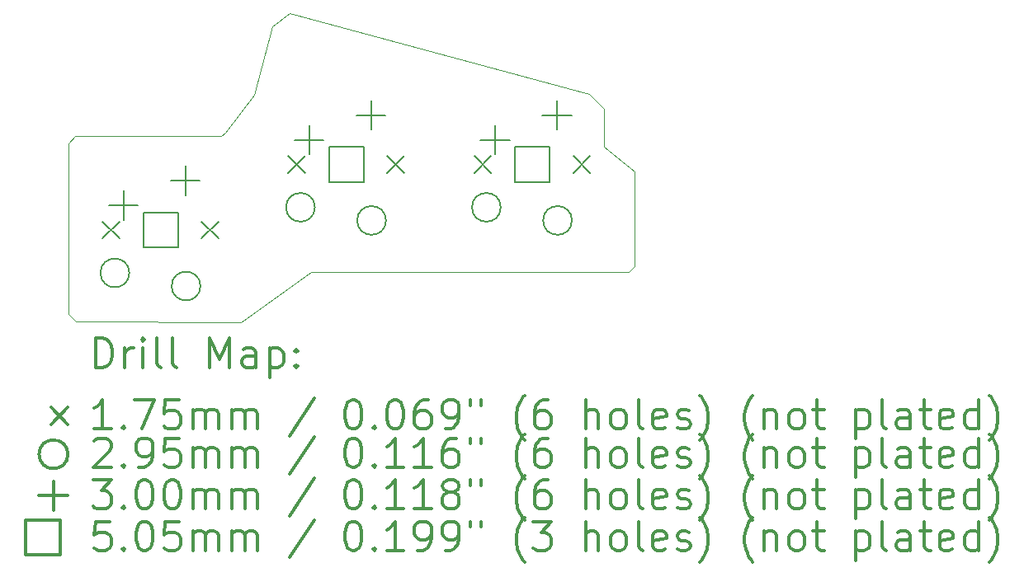
<source format=gbr>
%FSLAX45Y45*%
G04 Gerber Fmt 4.5, Leading zero omitted, Abs format (unit mm)*
G04 Created by KiCad (PCBNEW (5.1.4)-1) date 2023-09-09 05:29:43*
%MOMM*%
%LPD*%
G04 APERTURE LIST*
%ADD10C,0.050000*%
%ADD11C,0.200000*%
%ADD12C,0.300000*%
G04 APERTURE END LIST*
D10*
X-8605980Y-47253810D02*
X-6908980Y-47254810D01*
X-6193980Y-46738810D02*
X-2930835Y-46739340D01*
X-8684980Y-47174810D02*
X-8605980Y-47253810D01*
X-6908980Y-47254810D02*
X-6193980Y-46738810D01*
X-8684980Y-45418810D02*
X-8684980Y-47174810D01*
X-7114980Y-45347810D02*
X-8612980Y-45346810D01*
X-8612980Y-45346810D02*
X-8684980Y-45418810D01*
X-3339125Y-44912148D02*
X-3183300Y-45062247D01*
X-6779724Y-44924596D02*
X-6589120Y-44218027D01*
X-7068596Y-45307941D02*
X-7114980Y-45347810D01*
X-2876899Y-45710660D02*
X-3182118Y-45454366D01*
X-6589120Y-44218027D02*
X-6411822Y-44087429D01*
X-3182118Y-45454366D02*
X-3183300Y-45062247D01*
X-6779724Y-44924596D02*
X-7068596Y-45307941D01*
X-6411822Y-44087429D02*
X-3339125Y-44912148D01*
X-2876509Y-46683864D02*
X-2876899Y-45710660D01*
X-2876509Y-46683864D02*
X-2930835Y-46739340D01*
D11*
X-8330500Y-46223500D02*
X-8155500Y-46398500D01*
X-8155500Y-46223500D02*
X-8330500Y-46398500D01*
X-6426500Y-45549692D02*
X-6251500Y-45724692D01*
X-6251500Y-45549692D02*
X-6426500Y-45724692D01*
X-5410500Y-45549692D02*
X-5235500Y-45724692D01*
X-5235500Y-45549692D02*
X-5410500Y-45724692D01*
X-4518546Y-45549692D02*
X-4343546Y-45724692D01*
X-4343546Y-45549692D02*
X-4518546Y-45724692D01*
X-3502545Y-45549692D02*
X-3327545Y-45724692D01*
X-3327545Y-45549692D02*
X-3502545Y-45724692D01*
X-7314500Y-46223500D02*
X-7139500Y-46398500D01*
X-7139500Y-46223500D02*
X-7314500Y-46398500D01*
X-6153500Y-46077192D02*
G75*
G03X-6153500Y-46077192I-147500J0D01*
G01*
X-5423500Y-46212192D02*
G75*
G03X-5423500Y-46212192I-147500J0D01*
G01*
X-4245546Y-46077192D02*
G75*
G03X-4245546Y-46077192I-147500J0D01*
G01*
X-3515545Y-46212192D02*
G75*
G03X-3515545Y-46212192I-147500J0D01*
G01*
X-8057500Y-46751000D02*
G75*
G03X-8057500Y-46751000I-147500J0D01*
G01*
X-7327500Y-46886000D02*
G75*
G03X-7327500Y-46886000I-147500J0D01*
G01*
X-4304046Y-45233192D02*
X-4304046Y-45533192D01*
X-4454046Y-45383192D02*
X-4154045Y-45383192D01*
X-3669045Y-44979192D02*
X-3669045Y-45279192D01*
X-3819045Y-45129192D02*
X-3519045Y-45129192D01*
X-8116000Y-45907000D02*
X-8116000Y-46207000D01*
X-8266000Y-46057000D02*
X-7966000Y-46057000D01*
X-7481000Y-45653000D02*
X-7481000Y-45953000D01*
X-7631000Y-45803000D02*
X-7331000Y-45803000D01*
X-6212000Y-45233192D02*
X-6212000Y-45533192D01*
X-6362000Y-45383192D02*
X-6062000Y-45383192D01*
X-5577000Y-44979192D02*
X-5577000Y-45279192D01*
X-5727000Y-45129192D02*
X-5427000Y-45129192D01*
X-7556454Y-46489546D02*
X-7556454Y-46132454D01*
X-7913546Y-46132454D01*
X-7913546Y-46489546D01*
X-7556454Y-46489546D01*
X-5652454Y-45815738D02*
X-5652454Y-45458646D01*
X-6009546Y-45458646D01*
X-6009546Y-45815738D01*
X-5652454Y-45815738D01*
X-3744499Y-45815738D02*
X-3744499Y-45458646D01*
X-4101592Y-45458646D01*
X-4101592Y-45815738D01*
X-3744499Y-45815738D01*
D12*
X-8401052Y-47723025D02*
X-8401052Y-47423025D01*
X-8329623Y-47423025D01*
X-8286766Y-47437310D01*
X-8258195Y-47465882D01*
X-8243909Y-47494453D01*
X-8229623Y-47551596D01*
X-8229623Y-47594453D01*
X-8243909Y-47651596D01*
X-8258195Y-47680167D01*
X-8286766Y-47708739D01*
X-8329623Y-47723025D01*
X-8401052Y-47723025D01*
X-8101052Y-47723025D02*
X-8101052Y-47523025D01*
X-8101052Y-47580167D02*
X-8086766Y-47551596D01*
X-8072480Y-47537310D01*
X-8043909Y-47523025D01*
X-8015338Y-47523025D01*
X-7915338Y-47723025D02*
X-7915338Y-47523025D01*
X-7915338Y-47423025D02*
X-7929623Y-47437310D01*
X-7915338Y-47451596D01*
X-7901052Y-47437310D01*
X-7915338Y-47423025D01*
X-7915338Y-47451596D01*
X-7729623Y-47723025D02*
X-7758195Y-47708739D01*
X-7772480Y-47680167D01*
X-7772480Y-47423025D01*
X-7572480Y-47723025D02*
X-7601052Y-47708739D01*
X-7615338Y-47680167D01*
X-7615338Y-47423025D01*
X-7229623Y-47723025D02*
X-7229623Y-47423025D01*
X-7129623Y-47637310D01*
X-7029623Y-47423025D01*
X-7029623Y-47723025D01*
X-6758195Y-47723025D02*
X-6758195Y-47565882D01*
X-6772480Y-47537310D01*
X-6801052Y-47523025D01*
X-6858195Y-47523025D01*
X-6886766Y-47537310D01*
X-6758195Y-47708739D02*
X-6786766Y-47723025D01*
X-6858195Y-47723025D01*
X-6886766Y-47708739D01*
X-6901052Y-47680167D01*
X-6901052Y-47651596D01*
X-6886766Y-47623025D01*
X-6858195Y-47608739D01*
X-6786766Y-47608739D01*
X-6758195Y-47594453D01*
X-6615338Y-47523025D02*
X-6615338Y-47823025D01*
X-6615338Y-47537310D02*
X-6586766Y-47523025D01*
X-6529623Y-47523025D01*
X-6501052Y-47537310D01*
X-6486766Y-47551596D01*
X-6472480Y-47580167D01*
X-6472480Y-47665882D01*
X-6486766Y-47694453D01*
X-6501052Y-47708739D01*
X-6529623Y-47723025D01*
X-6586766Y-47723025D01*
X-6615338Y-47708739D01*
X-6343909Y-47694453D02*
X-6329623Y-47708739D01*
X-6343909Y-47723025D01*
X-6358195Y-47708739D01*
X-6343909Y-47694453D01*
X-6343909Y-47723025D01*
X-6343909Y-47537310D02*
X-6329623Y-47551596D01*
X-6343909Y-47565882D01*
X-6358195Y-47551596D01*
X-6343909Y-47537310D01*
X-6343909Y-47565882D01*
X-8862481Y-48129810D02*
X-8687481Y-48304810D01*
X-8687481Y-48129810D02*
X-8862481Y-48304810D01*
X-8243909Y-48353025D02*
X-8415338Y-48353025D01*
X-8329623Y-48353025D02*
X-8329623Y-48053025D01*
X-8358195Y-48095882D01*
X-8386766Y-48124453D01*
X-8415338Y-48138739D01*
X-8115338Y-48324453D02*
X-8101052Y-48338739D01*
X-8115338Y-48353025D01*
X-8129623Y-48338739D01*
X-8115338Y-48324453D01*
X-8115338Y-48353025D01*
X-8001052Y-48053025D02*
X-7801052Y-48053025D01*
X-7929623Y-48353025D01*
X-7543909Y-48053025D02*
X-7686766Y-48053025D01*
X-7701052Y-48195882D01*
X-7686766Y-48181596D01*
X-7658195Y-48167310D01*
X-7586766Y-48167310D01*
X-7558195Y-48181596D01*
X-7543909Y-48195882D01*
X-7529623Y-48224453D01*
X-7529623Y-48295882D01*
X-7543909Y-48324453D01*
X-7558195Y-48338739D01*
X-7586766Y-48353025D01*
X-7658195Y-48353025D01*
X-7686766Y-48338739D01*
X-7701052Y-48324453D01*
X-7401052Y-48353025D02*
X-7401052Y-48153025D01*
X-7401052Y-48181596D02*
X-7386766Y-48167310D01*
X-7358195Y-48153025D01*
X-7315338Y-48153025D01*
X-7286766Y-48167310D01*
X-7272480Y-48195882D01*
X-7272480Y-48353025D01*
X-7272480Y-48195882D02*
X-7258195Y-48167310D01*
X-7229623Y-48153025D01*
X-7186766Y-48153025D01*
X-7158195Y-48167310D01*
X-7143909Y-48195882D01*
X-7143909Y-48353025D01*
X-7001052Y-48353025D02*
X-7001052Y-48153025D01*
X-7001052Y-48181596D02*
X-6986766Y-48167310D01*
X-6958195Y-48153025D01*
X-6915338Y-48153025D01*
X-6886766Y-48167310D01*
X-6872480Y-48195882D01*
X-6872480Y-48353025D01*
X-6872480Y-48195882D02*
X-6858195Y-48167310D01*
X-6829623Y-48153025D01*
X-6786766Y-48153025D01*
X-6758195Y-48167310D01*
X-6743909Y-48195882D01*
X-6743909Y-48353025D01*
X-6158195Y-48038739D02*
X-6415338Y-48424453D01*
X-5772480Y-48053025D02*
X-5743909Y-48053025D01*
X-5715338Y-48067310D01*
X-5701052Y-48081596D01*
X-5686766Y-48110167D01*
X-5672480Y-48167310D01*
X-5672480Y-48238739D01*
X-5686766Y-48295882D01*
X-5701052Y-48324453D01*
X-5715338Y-48338739D01*
X-5743909Y-48353025D01*
X-5772480Y-48353025D01*
X-5801052Y-48338739D01*
X-5815338Y-48324453D01*
X-5829623Y-48295882D01*
X-5843909Y-48238739D01*
X-5843909Y-48167310D01*
X-5829623Y-48110167D01*
X-5815338Y-48081596D01*
X-5801052Y-48067310D01*
X-5772480Y-48053025D01*
X-5543909Y-48324453D02*
X-5529623Y-48338739D01*
X-5543909Y-48353025D01*
X-5558195Y-48338739D01*
X-5543909Y-48324453D01*
X-5543909Y-48353025D01*
X-5343909Y-48053025D02*
X-5315338Y-48053025D01*
X-5286766Y-48067310D01*
X-5272481Y-48081596D01*
X-5258195Y-48110167D01*
X-5243909Y-48167310D01*
X-5243909Y-48238739D01*
X-5258195Y-48295882D01*
X-5272481Y-48324453D01*
X-5286766Y-48338739D01*
X-5315338Y-48353025D01*
X-5343909Y-48353025D01*
X-5372481Y-48338739D01*
X-5386766Y-48324453D01*
X-5401052Y-48295882D01*
X-5415338Y-48238739D01*
X-5415338Y-48167310D01*
X-5401052Y-48110167D01*
X-5386766Y-48081596D01*
X-5372481Y-48067310D01*
X-5343909Y-48053025D01*
X-4986766Y-48053025D02*
X-5043909Y-48053025D01*
X-5072481Y-48067310D01*
X-5086766Y-48081596D01*
X-5115338Y-48124453D01*
X-5129623Y-48181596D01*
X-5129623Y-48295882D01*
X-5115338Y-48324453D01*
X-5101052Y-48338739D01*
X-5072481Y-48353025D01*
X-5015338Y-48353025D01*
X-4986766Y-48338739D01*
X-4972481Y-48324453D01*
X-4958195Y-48295882D01*
X-4958195Y-48224453D01*
X-4972481Y-48195882D01*
X-4986766Y-48181596D01*
X-5015338Y-48167310D01*
X-5072481Y-48167310D01*
X-5101052Y-48181596D01*
X-5115338Y-48195882D01*
X-5129623Y-48224453D01*
X-4815338Y-48353025D02*
X-4758195Y-48353025D01*
X-4729623Y-48338739D01*
X-4715338Y-48324453D01*
X-4686766Y-48281596D01*
X-4672481Y-48224453D01*
X-4672481Y-48110167D01*
X-4686766Y-48081596D01*
X-4701052Y-48067310D01*
X-4729623Y-48053025D01*
X-4786766Y-48053025D01*
X-4815338Y-48067310D01*
X-4829623Y-48081596D01*
X-4843909Y-48110167D01*
X-4843909Y-48181596D01*
X-4829623Y-48210167D01*
X-4815338Y-48224453D01*
X-4786766Y-48238739D01*
X-4729623Y-48238739D01*
X-4701052Y-48224453D01*
X-4686766Y-48210167D01*
X-4672481Y-48181596D01*
X-4558195Y-48053025D02*
X-4558195Y-48110167D01*
X-4443909Y-48053025D02*
X-4443909Y-48110167D01*
X-4001052Y-48467310D02*
X-4015338Y-48453025D01*
X-4043909Y-48410167D01*
X-4058195Y-48381596D01*
X-4072480Y-48338739D01*
X-4086766Y-48267310D01*
X-4086766Y-48210167D01*
X-4072480Y-48138739D01*
X-4058195Y-48095882D01*
X-4043909Y-48067310D01*
X-4015338Y-48024453D01*
X-4001052Y-48010167D01*
X-3758195Y-48053025D02*
X-3815338Y-48053025D01*
X-3843909Y-48067310D01*
X-3858195Y-48081596D01*
X-3886766Y-48124453D01*
X-3901052Y-48181596D01*
X-3901052Y-48295882D01*
X-3886766Y-48324453D01*
X-3872480Y-48338739D01*
X-3843909Y-48353025D01*
X-3786766Y-48353025D01*
X-3758195Y-48338739D01*
X-3743909Y-48324453D01*
X-3729623Y-48295882D01*
X-3729623Y-48224453D01*
X-3743909Y-48195882D01*
X-3758195Y-48181596D01*
X-3786766Y-48167310D01*
X-3843909Y-48167310D01*
X-3872480Y-48181596D01*
X-3886766Y-48195882D01*
X-3901052Y-48224453D01*
X-3372480Y-48353025D02*
X-3372480Y-48053025D01*
X-3243909Y-48353025D02*
X-3243909Y-48195882D01*
X-3258195Y-48167310D01*
X-3286766Y-48153025D01*
X-3329623Y-48153025D01*
X-3358195Y-48167310D01*
X-3372480Y-48181596D01*
X-3058195Y-48353025D02*
X-3086766Y-48338739D01*
X-3101052Y-48324453D01*
X-3115338Y-48295882D01*
X-3115338Y-48210167D01*
X-3101052Y-48181596D01*
X-3086766Y-48167310D01*
X-3058195Y-48153025D01*
X-3015338Y-48153025D01*
X-2986766Y-48167310D01*
X-2972480Y-48181596D01*
X-2958195Y-48210167D01*
X-2958195Y-48295882D01*
X-2972480Y-48324453D01*
X-2986766Y-48338739D01*
X-3015338Y-48353025D01*
X-3058195Y-48353025D01*
X-2786766Y-48353025D02*
X-2815338Y-48338739D01*
X-2829623Y-48310167D01*
X-2829623Y-48053025D01*
X-2558195Y-48338739D02*
X-2586766Y-48353025D01*
X-2643909Y-48353025D01*
X-2672481Y-48338739D01*
X-2686766Y-48310167D01*
X-2686766Y-48195882D01*
X-2672481Y-48167310D01*
X-2643909Y-48153025D01*
X-2586766Y-48153025D01*
X-2558195Y-48167310D01*
X-2543909Y-48195882D01*
X-2543909Y-48224453D01*
X-2686766Y-48253025D01*
X-2429623Y-48338739D02*
X-2401052Y-48353025D01*
X-2343909Y-48353025D01*
X-2315338Y-48338739D01*
X-2301052Y-48310167D01*
X-2301052Y-48295882D01*
X-2315338Y-48267310D01*
X-2343909Y-48253025D01*
X-2386766Y-48253025D01*
X-2415338Y-48238739D01*
X-2429623Y-48210167D01*
X-2429623Y-48195882D01*
X-2415338Y-48167310D01*
X-2386766Y-48153025D01*
X-2343909Y-48153025D01*
X-2315338Y-48167310D01*
X-2201052Y-48467310D02*
X-2186766Y-48453025D01*
X-2158195Y-48410167D01*
X-2143909Y-48381596D01*
X-2129623Y-48338739D01*
X-2115338Y-48267310D01*
X-2115338Y-48210167D01*
X-2129623Y-48138739D01*
X-2143909Y-48095882D01*
X-2158195Y-48067310D01*
X-2186766Y-48024453D01*
X-2201052Y-48010167D01*
X-1658195Y-48467310D02*
X-1672480Y-48453025D01*
X-1701052Y-48410167D01*
X-1715338Y-48381596D01*
X-1729623Y-48338739D01*
X-1743909Y-48267310D01*
X-1743909Y-48210167D01*
X-1729623Y-48138739D01*
X-1715338Y-48095882D01*
X-1701052Y-48067310D01*
X-1672480Y-48024453D01*
X-1658195Y-48010167D01*
X-1543909Y-48153025D02*
X-1543909Y-48353025D01*
X-1543909Y-48181596D02*
X-1529623Y-48167310D01*
X-1501052Y-48153025D01*
X-1458195Y-48153025D01*
X-1429623Y-48167310D01*
X-1415338Y-48195882D01*
X-1415338Y-48353025D01*
X-1229623Y-48353025D02*
X-1258195Y-48338739D01*
X-1272481Y-48324453D01*
X-1286766Y-48295882D01*
X-1286766Y-48210167D01*
X-1272481Y-48181596D01*
X-1258195Y-48167310D01*
X-1229623Y-48153025D01*
X-1186766Y-48153025D01*
X-1158195Y-48167310D01*
X-1143909Y-48181596D01*
X-1129623Y-48210167D01*
X-1129623Y-48295882D01*
X-1143909Y-48324453D01*
X-1158195Y-48338739D01*
X-1186766Y-48353025D01*
X-1229623Y-48353025D01*
X-1043909Y-48153025D02*
X-929623Y-48153025D01*
X-1001052Y-48053025D02*
X-1001052Y-48310167D01*
X-986766Y-48338739D01*
X-958195Y-48353025D01*
X-929623Y-48353025D01*
X-601052Y-48153025D02*
X-601052Y-48453025D01*
X-601052Y-48167310D02*
X-572481Y-48153025D01*
X-515338Y-48153025D01*
X-486766Y-48167310D01*
X-472480Y-48181596D01*
X-458195Y-48210167D01*
X-458195Y-48295882D01*
X-472480Y-48324453D01*
X-486766Y-48338739D01*
X-515338Y-48353025D01*
X-572481Y-48353025D01*
X-601052Y-48338739D01*
X-286766Y-48353025D02*
X-315338Y-48338739D01*
X-329623Y-48310167D01*
X-329623Y-48053025D01*
X-43909Y-48353025D02*
X-43909Y-48195882D01*
X-58195Y-48167310D01*
X-86766Y-48153025D01*
X-143909Y-48153025D01*
X-172481Y-48167310D01*
X-43909Y-48338739D02*
X-72481Y-48353025D01*
X-143909Y-48353025D01*
X-172481Y-48338739D01*
X-186766Y-48310167D01*
X-186766Y-48281596D01*
X-172481Y-48253025D01*
X-143909Y-48238739D01*
X-72481Y-48238739D01*
X-43909Y-48224453D01*
X56091Y-48153025D02*
X170377Y-48153025D01*
X98948Y-48053025D02*
X98948Y-48310167D01*
X113234Y-48338739D01*
X141805Y-48353025D01*
X170377Y-48353025D01*
X384662Y-48338739D02*
X356091Y-48353025D01*
X298948Y-48353025D01*
X270377Y-48338739D01*
X256091Y-48310167D01*
X256091Y-48195882D01*
X270377Y-48167310D01*
X298948Y-48153025D01*
X356091Y-48153025D01*
X384662Y-48167310D01*
X398948Y-48195882D01*
X398948Y-48224453D01*
X256091Y-48253025D01*
X656091Y-48353025D02*
X656091Y-48053025D01*
X656091Y-48338739D02*
X627520Y-48353025D01*
X570377Y-48353025D01*
X541805Y-48338739D01*
X527520Y-48324453D01*
X513234Y-48295882D01*
X513234Y-48210167D01*
X527520Y-48181596D01*
X541805Y-48167310D01*
X570377Y-48153025D01*
X627520Y-48153025D01*
X656091Y-48167310D01*
X770377Y-48467310D02*
X784662Y-48453025D01*
X813234Y-48410167D01*
X827519Y-48381596D01*
X841805Y-48338739D01*
X856091Y-48267310D01*
X856091Y-48210167D01*
X841805Y-48138739D01*
X827519Y-48095882D01*
X813234Y-48067310D01*
X784662Y-48024453D01*
X770377Y-48010167D01*
X-8687481Y-48613310D02*
G75*
G03X-8687481Y-48613310I-147500J0D01*
G01*
X-8415338Y-48477596D02*
X-8401052Y-48463310D01*
X-8372480Y-48449025D01*
X-8301052Y-48449025D01*
X-8272480Y-48463310D01*
X-8258195Y-48477596D01*
X-8243909Y-48506167D01*
X-8243909Y-48534739D01*
X-8258195Y-48577596D01*
X-8429623Y-48749025D01*
X-8243909Y-48749025D01*
X-8115338Y-48720453D02*
X-8101052Y-48734739D01*
X-8115338Y-48749025D01*
X-8129623Y-48734739D01*
X-8115338Y-48720453D01*
X-8115338Y-48749025D01*
X-7958195Y-48749025D02*
X-7901052Y-48749025D01*
X-7872480Y-48734739D01*
X-7858195Y-48720453D01*
X-7829623Y-48677596D01*
X-7815338Y-48620453D01*
X-7815338Y-48506167D01*
X-7829623Y-48477596D01*
X-7843909Y-48463310D01*
X-7872480Y-48449025D01*
X-7929623Y-48449025D01*
X-7958195Y-48463310D01*
X-7972480Y-48477596D01*
X-7986766Y-48506167D01*
X-7986766Y-48577596D01*
X-7972480Y-48606167D01*
X-7958195Y-48620453D01*
X-7929623Y-48634739D01*
X-7872480Y-48634739D01*
X-7843909Y-48620453D01*
X-7829623Y-48606167D01*
X-7815338Y-48577596D01*
X-7543909Y-48449025D02*
X-7686766Y-48449025D01*
X-7701052Y-48591882D01*
X-7686766Y-48577596D01*
X-7658195Y-48563310D01*
X-7586766Y-48563310D01*
X-7558195Y-48577596D01*
X-7543909Y-48591882D01*
X-7529623Y-48620453D01*
X-7529623Y-48691882D01*
X-7543909Y-48720453D01*
X-7558195Y-48734739D01*
X-7586766Y-48749025D01*
X-7658195Y-48749025D01*
X-7686766Y-48734739D01*
X-7701052Y-48720453D01*
X-7401052Y-48749025D02*
X-7401052Y-48549025D01*
X-7401052Y-48577596D02*
X-7386766Y-48563310D01*
X-7358195Y-48549025D01*
X-7315338Y-48549025D01*
X-7286766Y-48563310D01*
X-7272480Y-48591882D01*
X-7272480Y-48749025D01*
X-7272480Y-48591882D02*
X-7258195Y-48563310D01*
X-7229623Y-48549025D01*
X-7186766Y-48549025D01*
X-7158195Y-48563310D01*
X-7143909Y-48591882D01*
X-7143909Y-48749025D01*
X-7001052Y-48749025D02*
X-7001052Y-48549025D01*
X-7001052Y-48577596D02*
X-6986766Y-48563310D01*
X-6958195Y-48549025D01*
X-6915338Y-48549025D01*
X-6886766Y-48563310D01*
X-6872480Y-48591882D01*
X-6872480Y-48749025D01*
X-6872480Y-48591882D02*
X-6858195Y-48563310D01*
X-6829623Y-48549025D01*
X-6786766Y-48549025D01*
X-6758195Y-48563310D01*
X-6743909Y-48591882D01*
X-6743909Y-48749025D01*
X-6158195Y-48434739D02*
X-6415338Y-48820453D01*
X-5772480Y-48449025D02*
X-5743909Y-48449025D01*
X-5715338Y-48463310D01*
X-5701052Y-48477596D01*
X-5686766Y-48506167D01*
X-5672480Y-48563310D01*
X-5672480Y-48634739D01*
X-5686766Y-48691882D01*
X-5701052Y-48720453D01*
X-5715338Y-48734739D01*
X-5743909Y-48749025D01*
X-5772480Y-48749025D01*
X-5801052Y-48734739D01*
X-5815338Y-48720453D01*
X-5829623Y-48691882D01*
X-5843909Y-48634739D01*
X-5843909Y-48563310D01*
X-5829623Y-48506167D01*
X-5815338Y-48477596D01*
X-5801052Y-48463310D01*
X-5772480Y-48449025D01*
X-5543909Y-48720453D02*
X-5529623Y-48734739D01*
X-5543909Y-48749025D01*
X-5558195Y-48734739D01*
X-5543909Y-48720453D01*
X-5543909Y-48749025D01*
X-5243909Y-48749025D02*
X-5415338Y-48749025D01*
X-5329623Y-48749025D02*
X-5329623Y-48449025D01*
X-5358195Y-48491882D01*
X-5386766Y-48520453D01*
X-5415338Y-48534739D01*
X-4958195Y-48749025D02*
X-5129623Y-48749025D01*
X-5043909Y-48749025D02*
X-5043909Y-48449025D01*
X-5072481Y-48491882D01*
X-5101052Y-48520453D01*
X-5129623Y-48534739D01*
X-4701052Y-48449025D02*
X-4758195Y-48449025D01*
X-4786766Y-48463310D01*
X-4801052Y-48477596D01*
X-4829623Y-48520453D01*
X-4843909Y-48577596D01*
X-4843909Y-48691882D01*
X-4829623Y-48720453D01*
X-4815338Y-48734739D01*
X-4786766Y-48749025D01*
X-4729623Y-48749025D01*
X-4701052Y-48734739D01*
X-4686766Y-48720453D01*
X-4672481Y-48691882D01*
X-4672481Y-48620453D01*
X-4686766Y-48591882D01*
X-4701052Y-48577596D01*
X-4729623Y-48563310D01*
X-4786766Y-48563310D01*
X-4815338Y-48577596D01*
X-4829623Y-48591882D01*
X-4843909Y-48620453D01*
X-4558195Y-48449025D02*
X-4558195Y-48506167D01*
X-4443909Y-48449025D02*
X-4443909Y-48506167D01*
X-4001052Y-48863310D02*
X-4015338Y-48849025D01*
X-4043909Y-48806167D01*
X-4058195Y-48777596D01*
X-4072480Y-48734739D01*
X-4086766Y-48663310D01*
X-4086766Y-48606167D01*
X-4072480Y-48534739D01*
X-4058195Y-48491882D01*
X-4043909Y-48463310D01*
X-4015338Y-48420453D01*
X-4001052Y-48406167D01*
X-3758195Y-48449025D02*
X-3815338Y-48449025D01*
X-3843909Y-48463310D01*
X-3858195Y-48477596D01*
X-3886766Y-48520453D01*
X-3901052Y-48577596D01*
X-3901052Y-48691882D01*
X-3886766Y-48720453D01*
X-3872480Y-48734739D01*
X-3843909Y-48749025D01*
X-3786766Y-48749025D01*
X-3758195Y-48734739D01*
X-3743909Y-48720453D01*
X-3729623Y-48691882D01*
X-3729623Y-48620453D01*
X-3743909Y-48591882D01*
X-3758195Y-48577596D01*
X-3786766Y-48563310D01*
X-3843909Y-48563310D01*
X-3872480Y-48577596D01*
X-3886766Y-48591882D01*
X-3901052Y-48620453D01*
X-3372480Y-48749025D02*
X-3372480Y-48449025D01*
X-3243909Y-48749025D02*
X-3243909Y-48591882D01*
X-3258195Y-48563310D01*
X-3286766Y-48549025D01*
X-3329623Y-48549025D01*
X-3358195Y-48563310D01*
X-3372480Y-48577596D01*
X-3058195Y-48749025D02*
X-3086766Y-48734739D01*
X-3101052Y-48720453D01*
X-3115338Y-48691882D01*
X-3115338Y-48606167D01*
X-3101052Y-48577596D01*
X-3086766Y-48563310D01*
X-3058195Y-48549025D01*
X-3015338Y-48549025D01*
X-2986766Y-48563310D01*
X-2972480Y-48577596D01*
X-2958195Y-48606167D01*
X-2958195Y-48691882D01*
X-2972480Y-48720453D01*
X-2986766Y-48734739D01*
X-3015338Y-48749025D01*
X-3058195Y-48749025D01*
X-2786766Y-48749025D02*
X-2815338Y-48734739D01*
X-2829623Y-48706167D01*
X-2829623Y-48449025D01*
X-2558195Y-48734739D02*
X-2586766Y-48749025D01*
X-2643909Y-48749025D01*
X-2672481Y-48734739D01*
X-2686766Y-48706167D01*
X-2686766Y-48591882D01*
X-2672481Y-48563310D01*
X-2643909Y-48549025D01*
X-2586766Y-48549025D01*
X-2558195Y-48563310D01*
X-2543909Y-48591882D01*
X-2543909Y-48620453D01*
X-2686766Y-48649025D01*
X-2429623Y-48734739D02*
X-2401052Y-48749025D01*
X-2343909Y-48749025D01*
X-2315338Y-48734739D01*
X-2301052Y-48706167D01*
X-2301052Y-48691882D01*
X-2315338Y-48663310D01*
X-2343909Y-48649025D01*
X-2386766Y-48649025D01*
X-2415338Y-48634739D01*
X-2429623Y-48606167D01*
X-2429623Y-48591882D01*
X-2415338Y-48563310D01*
X-2386766Y-48549025D01*
X-2343909Y-48549025D01*
X-2315338Y-48563310D01*
X-2201052Y-48863310D02*
X-2186766Y-48849025D01*
X-2158195Y-48806167D01*
X-2143909Y-48777596D01*
X-2129623Y-48734739D01*
X-2115338Y-48663310D01*
X-2115338Y-48606167D01*
X-2129623Y-48534739D01*
X-2143909Y-48491882D01*
X-2158195Y-48463310D01*
X-2186766Y-48420453D01*
X-2201052Y-48406167D01*
X-1658195Y-48863310D02*
X-1672480Y-48849025D01*
X-1701052Y-48806167D01*
X-1715338Y-48777596D01*
X-1729623Y-48734739D01*
X-1743909Y-48663310D01*
X-1743909Y-48606167D01*
X-1729623Y-48534739D01*
X-1715338Y-48491882D01*
X-1701052Y-48463310D01*
X-1672480Y-48420453D01*
X-1658195Y-48406167D01*
X-1543909Y-48549025D02*
X-1543909Y-48749025D01*
X-1543909Y-48577596D02*
X-1529623Y-48563310D01*
X-1501052Y-48549025D01*
X-1458195Y-48549025D01*
X-1429623Y-48563310D01*
X-1415338Y-48591882D01*
X-1415338Y-48749025D01*
X-1229623Y-48749025D02*
X-1258195Y-48734739D01*
X-1272481Y-48720453D01*
X-1286766Y-48691882D01*
X-1286766Y-48606167D01*
X-1272481Y-48577596D01*
X-1258195Y-48563310D01*
X-1229623Y-48549025D01*
X-1186766Y-48549025D01*
X-1158195Y-48563310D01*
X-1143909Y-48577596D01*
X-1129623Y-48606167D01*
X-1129623Y-48691882D01*
X-1143909Y-48720453D01*
X-1158195Y-48734739D01*
X-1186766Y-48749025D01*
X-1229623Y-48749025D01*
X-1043909Y-48549025D02*
X-929623Y-48549025D01*
X-1001052Y-48449025D02*
X-1001052Y-48706167D01*
X-986766Y-48734739D01*
X-958195Y-48749025D01*
X-929623Y-48749025D01*
X-601052Y-48549025D02*
X-601052Y-48849025D01*
X-601052Y-48563310D02*
X-572481Y-48549025D01*
X-515338Y-48549025D01*
X-486766Y-48563310D01*
X-472480Y-48577596D01*
X-458195Y-48606167D01*
X-458195Y-48691882D01*
X-472480Y-48720453D01*
X-486766Y-48734739D01*
X-515338Y-48749025D01*
X-572481Y-48749025D01*
X-601052Y-48734739D01*
X-286766Y-48749025D02*
X-315338Y-48734739D01*
X-329623Y-48706167D01*
X-329623Y-48449025D01*
X-43909Y-48749025D02*
X-43909Y-48591882D01*
X-58195Y-48563310D01*
X-86766Y-48549025D01*
X-143909Y-48549025D01*
X-172481Y-48563310D01*
X-43909Y-48734739D02*
X-72481Y-48749025D01*
X-143909Y-48749025D01*
X-172481Y-48734739D01*
X-186766Y-48706167D01*
X-186766Y-48677596D01*
X-172481Y-48649025D01*
X-143909Y-48634739D01*
X-72481Y-48634739D01*
X-43909Y-48620453D01*
X56091Y-48549025D02*
X170377Y-48549025D01*
X98948Y-48449025D02*
X98948Y-48706167D01*
X113234Y-48734739D01*
X141805Y-48749025D01*
X170377Y-48749025D01*
X384662Y-48734739D02*
X356091Y-48749025D01*
X298948Y-48749025D01*
X270377Y-48734739D01*
X256091Y-48706167D01*
X256091Y-48591882D01*
X270377Y-48563310D01*
X298948Y-48549025D01*
X356091Y-48549025D01*
X384662Y-48563310D01*
X398948Y-48591882D01*
X398948Y-48620453D01*
X256091Y-48649025D01*
X656091Y-48749025D02*
X656091Y-48449025D01*
X656091Y-48734739D02*
X627520Y-48749025D01*
X570377Y-48749025D01*
X541805Y-48734739D01*
X527520Y-48720453D01*
X513234Y-48691882D01*
X513234Y-48606167D01*
X527520Y-48577596D01*
X541805Y-48563310D01*
X570377Y-48549025D01*
X627520Y-48549025D01*
X656091Y-48563310D01*
X770377Y-48863310D02*
X784662Y-48849025D01*
X813234Y-48806167D01*
X827519Y-48777596D01*
X841805Y-48734739D01*
X856091Y-48663310D01*
X856091Y-48606167D01*
X841805Y-48534739D01*
X827519Y-48491882D01*
X813234Y-48463310D01*
X784662Y-48420453D01*
X770377Y-48406167D01*
X-8837481Y-48888310D02*
X-8837481Y-49188310D01*
X-8987481Y-49038310D02*
X-8687481Y-49038310D01*
X-8429623Y-48874025D02*
X-8243909Y-48874025D01*
X-8343909Y-48988310D01*
X-8301052Y-48988310D01*
X-8272480Y-49002596D01*
X-8258195Y-49016882D01*
X-8243909Y-49045453D01*
X-8243909Y-49116882D01*
X-8258195Y-49145453D01*
X-8272480Y-49159739D01*
X-8301052Y-49174025D01*
X-8386766Y-49174025D01*
X-8415338Y-49159739D01*
X-8429623Y-49145453D01*
X-8115338Y-49145453D02*
X-8101052Y-49159739D01*
X-8115338Y-49174025D01*
X-8129623Y-49159739D01*
X-8115338Y-49145453D01*
X-8115338Y-49174025D01*
X-7915338Y-48874025D02*
X-7886766Y-48874025D01*
X-7858195Y-48888310D01*
X-7843909Y-48902596D01*
X-7829623Y-48931167D01*
X-7815338Y-48988310D01*
X-7815338Y-49059739D01*
X-7829623Y-49116882D01*
X-7843909Y-49145453D01*
X-7858195Y-49159739D01*
X-7886766Y-49174025D01*
X-7915338Y-49174025D01*
X-7943909Y-49159739D01*
X-7958195Y-49145453D01*
X-7972480Y-49116882D01*
X-7986766Y-49059739D01*
X-7986766Y-48988310D01*
X-7972480Y-48931167D01*
X-7958195Y-48902596D01*
X-7943909Y-48888310D01*
X-7915338Y-48874025D01*
X-7629623Y-48874025D02*
X-7601052Y-48874025D01*
X-7572480Y-48888310D01*
X-7558195Y-48902596D01*
X-7543909Y-48931167D01*
X-7529623Y-48988310D01*
X-7529623Y-49059739D01*
X-7543909Y-49116882D01*
X-7558195Y-49145453D01*
X-7572480Y-49159739D01*
X-7601052Y-49174025D01*
X-7629623Y-49174025D01*
X-7658195Y-49159739D01*
X-7672480Y-49145453D01*
X-7686766Y-49116882D01*
X-7701052Y-49059739D01*
X-7701052Y-48988310D01*
X-7686766Y-48931167D01*
X-7672480Y-48902596D01*
X-7658195Y-48888310D01*
X-7629623Y-48874025D01*
X-7401052Y-49174025D02*
X-7401052Y-48974025D01*
X-7401052Y-49002596D02*
X-7386766Y-48988310D01*
X-7358195Y-48974025D01*
X-7315338Y-48974025D01*
X-7286766Y-48988310D01*
X-7272480Y-49016882D01*
X-7272480Y-49174025D01*
X-7272480Y-49016882D02*
X-7258195Y-48988310D01*
X-7229623Y-48974025D01*
X-7186766Y-48974025D01*
X-7158195Y-48988310D01*
X-7143909Y-49016882D01*
X-7143909Y-49174025D01*
X-7001052Y-49174025D02*
X-7001052Y-48974025D01*
X-7001052Y-49002596D02*
X-6986766Y-48988310D01*
X-6958195Y-48974025D01*
X-6915338Y-48974025D01*
X-6886766Y-48988310D01*
X-6872480Y-49016882D01*
X-6872480Y-49174025D01*
X-6872480Y-49016882D02*
X-6858195Y-48988310D01*
X-6829623Y-48974025D01*
X-6786766Y-48974025D01*
X-6758195Y-48988310D01*
X-6743909Y-49016882D01*
X-6743909Y-49174025D01*
X-6158195Y-48859739D02*
X-6415338Y-49245453D01*
X-5772480Y-48874025D02*
X-5743909Y-48874025D01*
X-5715338Y-48888310D01*
X-5701052Y-48902596D01*
X-5686766Y-48931167D01*
X-5672480Y-48988310D01*
X-5672480Y-49059739D01*
X-5686766Y-49116882D01*
X-5701052Y-49145453D01*
X-5715338Y-49159739D01*
X-5743909Y-49174025D01*
X-5772480Y-49174025D01*
X-5801052Y-49159739D01*
X-5815338Y-49145453D01*
X-5829623Y-49116882D01*
X-5843909Y-49059739D01*
X-5843909Y-48988310D01*
X-5829623Y-48931167D01*
X-5815338Y-48902596D01*
X-5801052Y-48888310D01*
X-5772480Y-48874025D01*
X-5543909Y-49145453D02*
X-5529623Y-49159739D01*
X-5543909Y-49174025D01*
X-5558195Y-49159739D01*
X-5543909Y-49145453D01*
X-5543909Y-49174025D01*
X-5243909Y-49174025D02*
X-5415338Y-49174025D01*
X-5329623Y-49174025D02*
X-5329623Y-48874025D01*
X-5358195Y-48916882D01*
X-5386766Y-48945453D01*
X-5415338Y-48959739D01*
X-4958195Y-49174025D02*
X-5129623Y-49174025D01*
X-5043909Y-49174025D02*
X-5043909Y-48874025D01*
X-5072481Y-48916882D01*
X-5101052Y-48945453D01*
X-5129623Y-48959739D01*
X-4786766Y-49002596D02*
X-4815338Y-48988310D01*
X-4829623Y-48974025D01*
X-4843909Y-48945453D01*
X-4843909Y-48931167D01*
X-4829623Y-48902596D01*
X-4815338Y-48888310D01*
X-4786766Y-48874025D01*
X-4729623Y-48874025D01*
X-4701052Y-48888310D01*
X-4686766Y-48902596D01*
X-4672481Y-48931167D01*
X-4672481Y-48945453D01*
X-4686766Y-48974025D01*
X-4701052Y-48988310D01*
X-4729623Y-49002596D01*
X-4786766Y-49002596D01*
X-4815338Y-49016882D01*
X-4829623Y-49031167D01*
X-4843909Y-49059739D01*
X-4843909Y-49116882D01*
X-4829623Y-49145453D01*
X-4815338Y-49159739D01*
X-4786766Y-49174025D01*
X-4729623Y-49174025D01*
X-4701052Y-49159739D01*
X-4686766Y-49145453D01*
X-4672481Y-49116882D01*
X-4672481Y-49059739D01*
X-4686766Y-49031167D01*
X-4701052Y-49016882D01*
X-4729623Y-49002596D01*
X-4558195Y-48874025D02*
X-4558195Y-48931167D01*
X-4443909Y-48874025D02*
X-4443909Y-48931167D01*
X-4001052Y-49288310D02*
X-4015338Y-49274025D01*
X-4043909Y-49231167D01*
X-4058195Y-49202596D01*
X-4072480Y-49159739D01*
X-4086766Y-49088310D01*
X-4086766Y-49031167D01*
X-4072480Y-48959739D01*
X-4058195Y-48916882D01*
X-4043909Y-48888310D01*
X-4015338Y-48845453D01*
X-4001052Y-48831167D01*
X-3758195Y-48874025D02*
X-3815338Y-48874025D01*
X-3843909Y-48888310D01*
X-3858195Y-48902596D01*
X-3886766Y-48945453D01*
X-3901052Y-49002596D01*
X-3901052Y-49116882D01*
X-3886766Y-49145453D01*
X-3872480Y-49159739D01*
X-3843909Y-49174025D01*
X-3786766Y-49174025D01*
X-3758195Y-49159739D01*
X-3743909Y-49145453D01*
X-3729623Y-49116882D01*
X-3729623Y-49045453D01*
X-3743909Y-49016882D01*
X-3758195Y-49002596D01*
X-3786766Y-48988310D01*
X-3843909Y-48988310D01*
X-3872480Y-49002596D01*
X-3886766Y-49016882D01*
X-3901052Y-49045453D01*
X-3372480Y-49174025D02*
X-3372480Y-48874025D01*
X-3243909Y-49174025D02*
X-3243909Y-49016882D01*
X-3258195Y-48988310D01*
X-3286766Y-48974025D01*
X-3329623Y-48974025D01*
X-3358195Y-48988310D01*
X-3372480Y-49002596D01*
X-3058195Y-49174025D02*
X-3086766Y-49159739D01*
X-3101052Y-49145453D01*
X-3115338Y-49116882D01*
X-3115338Y-49031167D01*
X-3101052Y-49002596D01*
X-3086766Y-48988310D01*
X-3058195Y-48974025D01*
X-3015338Y-48974025D01*
X-2986766Y-48988310D01*
X-2972480Y-49002596D01*
X-2958195Y-49031167D01*
X-2958195Y-49116882D01*
X-2972480Y-49145453D01*
X-2986766Y-49159739D01*
X-3015338Y-49174025D01*
X-3058195Y-49174025D01*
X-2786766Y-49174025D02*
X-2815338Y-49159739D01*
X-2829623Y-49131167D01*
X-2829623Y-48874025D01*
X-2558195Y-49159739D02*
X-2586766Y-49174025D01*
X-2643909Y-49174025D01*
X-2672481Y-49159739D01*
X-2686766Y-49131167D01*
X-2686766Y-49016882D01*
X-2672481Y-48988310D01*
X-2643909Y-48974025D01*
X-2586766Y-48974025D01*
X-2558195Y-48988310D01*
X-2543909Y-49016882D01*
X-2543909Y-49045453D01*
X-2686766Y-49074025D01*
X-2429623Y-49159739D02*
X-2401052Y-49174025D01*
X-2343909Y-49174025D01*
X-2315338Y-49159739D01*
X-2301052Y-49131167D01*
X-2301052Y-49116882D01*
X-2315338Y-49088310D01*
X-2343909Y-49074025D01*
X-2386766Y-49074025D01*
X-2415338Y-49059739D01*
X-2429623Y-49031167D01*
X-2429623Y-49016882D01*
X-2415338Y-48988310D01*
X-2386766Y-48974025D01*
X-2343909Y-48974025D01*
X-2315338Y-48988310D01*
X-2201052Y-49288310D02*
X-2186766Y-49274025D01*
X-2158195Y-49231167D01*
X-2143909Y-49202596D01*
X-2129623Y-49159739D01*
X-2115338Y-49088310D01*
X-2115338Y-49031167D01*
X-2129623Y-48959739D01*
X-2143909Y-48916882D01*
X-2158195Y-48888310D01*
X-2186766Y-48845453D01*
X-2201052Y-48831167D01*
X-1658195Y-49288310D02*
X-1672480Y-49274025D01*
X-1701052Y-49231167D01*
X-1715338Y-49202596D01*
X-1729623Y-49159739D01*
X-1743909Y-49088310D01*
X-1743909Y-49031167D01*
X-1729623Y-48959739D01*
X-1715338Y-48916882D01*
X-1701052Y-48888310D01*
X-1672480Y-48845453D01*
X-1658195Y-48831167D01*
X-1543909Y-48974025D02*
X-1543909Y-49174025D01*
X-1543909Y-49002596D02*
X-1529623Y-48988310D01*
X-1501052Y-48974025D01*
X-1458195Y-48974025D01*
X-1429623Y-48988310D01*
X-1415338Y-49016882D01*
X-1415338Y-49174025D01*
X-1229623Y-49174025D02*
X-1258195Y-49159739D01*
X-1272481Y-49145453D01*
X-1286766Y-49116882D01*
X-1286766Y-49031167D01*
X-1272481Y-49002596D01*
X-1258195Y-48988310D01*
X-1229623Y-48974025D01*
X-1186766Y-48974025D01*
X-1158195Y-48988310D01*
X-1143909Y-49002596D01*
X-1129623Y-49031167D01*
X-1129623Y-49116882D01*
X-1143909Y-49145453D01*
X-1158195Y-49159739D01*
X-1186766Y-49174025D01*
X-1229623Y-49174025D01*
X-1043909Y-48974025D02*
X-929623Y-48974025D01*
X-1001052Y-48874025D02*
X-1001052Y-49131167D01*
X-986766Y-49159739D01*
X-958195Y-49174025D01*
X-929623Y-49174025D01*
X-601052Y-48974025D02*
X-601052Y-49274025D01*
X-601052Y-48988310D02*
X-572481Y-48974025D01*
X-515338Y-48974025D01*
X-486766Y-48988310D01*
X-472480Y-49002596D01*
X-458195Y-49031167D01*
X-458195Y-49116882D01*
X-472480Y-49145453D01*
X-486766Y-49159739D01*
X-515338Y-49174025D01*
X-572481Y-49174025D01*
X-601052Y-49159739D01*
X-286766Y-49174025D02*
X-315338Y-49159739D01*
X-329623Y-49131167D01*
X-329623Y-48874025D01*
X-43909Y-49174025D02*
X-43909Y-49016882D01*
X-58195Y-48988310D01*
X-86766Y-48974025D01*
X-143909Y-48974025D01*
X-172481Y-48988310D01*
X-43909Y-49159739D02*
X-72481Y-49174025D01*
X-143909Y-49174025D01*
X-172481Y-49159739D01*
X-186766Y-49131167D01*
X-186766Y-49102596D01*
X-172481Y-49074025D01*
X-143909Y-49059739D01*
X-72481Y-49059739D01*
X-43909Y-49045453D01*
X56091Y-48974025D02*
X170377Y-48974025D01*
X98948Y-48874025D02*
X98948Y-49131167D01*
X113234Y-49159739D01*
X141805Y-49174025D01*
X170377Y-49174025D01*
X384662Y-49159739D02*
X356091Y-49174025D01*
X298948Y-49174025D01*
X270377Y-49159739D01*
X256091Y-49131167D01*
X256091Y-49016882D01*
X270377Y-48988310D01*
X298948Y-48974025D01*
X356091Y-48974025D01*
X384662Y-48988310D01*
X398948Y-49016882D01*
X398948Y-49045453D01*
X256091Y-49074025D01*
X656091Y-49174025D02*
X656091Y-48874025D01*
X656091Y-49159739D02*
X627520Y-49174025D01*
X570377Y-49174025D01*
X541805Y-49159739D01*
X527520Y-49145453D01*
X513234Y-49116882D01*
X513234Y-49031167D01*
X527520Y-49002596D01*
X541805Y-48988310D01*
X570377Y-48974025D01*
X627520Y-48974025D01*
X656091Y-48988310D01*
X770377Y-49288310D02*
X784662Y-49274025D01*
X813234Y-49231167D01*
X827519Y-49202596D01*
X841805Y-49159739D01*
X856091Y-49088310D01*
X856091Y-49031167D01*
X841805Y-48959739D01*
X827519Y-48916882D01*
X813234Y-48888310D01*
X784662Y-48845453D01*
X770377Y-48831167D01*
X-8761434Y-49646857D02*
X-8761434Y-49289764D01*
X-9118527Y-49289764D01*
X-9118527Y-49646857D01*
X-8761434Y-49646857D01*
X-8258195Y-49304025D02*
X-8401052Y-49304025D01*
X-8415338Y-49446882D01*
X-8401052Y-49432596D01*
X-8372480Y-49418310D01*
X-8301052Y-49418310D01*
X-8272480Y-49432596D01*
X-8258195Y-49446882D01*
X-8243909Y-49475453D01*
X-8243909Y-49546882D01*
X-8258195Y-49575453D01*
X-8272480Y-49589739D01*
X-8301052Y-49604025D01*
X-8372480Y-49604025D01*
X-8401052Y-49589739D01*
X-8415338Y-49575453D01*
X-8115338Y-49575453D02*
X-8101052Y-49589739D01*
X-8115338Y-49604025D01*
X-8129623Y-49589739D01*
X-8115338Y-49575453D01*
X-8115338Y-49604025D01*
X-7915338Y-49304025D02*
X-7886766Y-49304025D01*
X-7858195Y-49318310D01*
X-7843909Y-49332596D01*
X-7829623Y-49361167D01*
X-7815338Y-49418310D01*
X-7815338Y-49489739D01*
X-7829623Y-49546882D01*
X-7843909Y-49575453D01*
X-7858195Y-49589739D01*
X-7886766Y-49604025D01*
X-7915338Y-49604025D01*
X-7943909Y-49589739D01*
X-7958195Y-49575453D01*
X-7972480Y-49546882D01*
X-7986766Y-49489739D01*
X-7986766Y-49418310D01*
X-7972480Y-49361167D01*
X-7958195Y-49332596D01*
X-7943909Y-49318310D01*
X-7915338Y-49304025D01*
X-7543909Y-49304025D02*
X-7686766Y-49304025D01*
X-7701052Y-49446882D01*
X-7686766Y-49432596D01*
X-7658195Y-49418310D01*
X-7586766Y-49418310D01*
X-7558195Y-49432596D01*
X-7543909Y-49446882D01*
X-7529623Y-49475453D01*
X-7529623Y-49546882D01*
X-7543909Y-49575453D01*
X-7558195Y-49589739D01*
X-7586766Y-49604025D01*
X-7658195Y-49604025D01*
X-7686766Y-49589739D01*
X-7701052Y-49575453D01*
X-7401052Y-49604025D02*
X-7401052Y-49404025D01*
X-7401052Y-49432596D02*
X-7386766Y-49418310D01*
X-7358195Y-49404025D01*
X-7315338Y-49404025D01*
X-7286766Y-49418310D01*
X-7272480Y-49446882D01*
X-7272480Y-49604025D01*
X-7272480Y-49446882D02*
X-7258195Y-49418310D01*
X-7229623Y-49404025D01*
X-7186766Y-49404025D01*
X-7158195Y-49418310D01*
X-7143909Y-49446882D01*
X-7143909Y-49604025D01*
X-7001052Y-49604025D02*
X-7001052Y-49404025D01*
X-7001052Y-49432596D02*
X-6986766Y-49418310D01*
X-6958195Y-49404025D01*
X-6915338Y-49404025D01*
X-6886766Y-49418310D01*
X-6872480Y-49446882D01*
X-6872480Y-49604025D01*
X-6872480Y-49446882D02*
X-6858195Y-49418310D01*
X-6829623Y-49404025D01*
X-6786766Y-49404025D01*
X-6758195Y-49418310D01*
X-6743909Y-49446882D01*
X-6743909Y-49604025D01*
X-6158195Y-49289739D02*
X-6415338Y-49675453D01*
X-5772480Y-49304025D02*
X-5743909Y-49304025D01*
X-5715338Y-49318310D01*
X-5701052Y-49332596D01*
X-5686766Y-49361167D01*
X-5672480Y-49418310D01*
X-5672480Y-49489739D01*
X-5686766Y-49546882D01*
X-5701052Y-49575453D01*
X-5715338Y-49589739D01*
X-5743909Y-49604025D01*
X-5772480Y-49604025D01*
X-5801052Y-49589739D01*
X-5815338Y-49575453D01*
X-5829623Y-49546882D01*
X-5843909Y-49489739D01*
X-5843909Y-49418310D01*
X-5829623Y-49361167D01*
X-5815338Y-49332596D01*
X-5801052Y-49318310D01*
X-5772480Y-49304025D01*
X-5543909Y-49575453D02*
X-5529623Y-49589739D01*
X-5543909Y-49604025D01*
X-5558195Y-49589739D01*
X-5543909Y-49575453D01*
X-5543909Y-49604025D01*
X-5243909Y-49604025D02*
X-5415338Y-49604025D01*
X-5329623Y-49604025D02*
X-5329623Y-49304025D01*
X-5358195Y-49346882D01*
X-5386766Y-49375453D01*
X-5415338Y-49389739D01*
X-5101052Y-49604025D02*
X-5043909Y-49604025D01*
X-5015338Y-49589739D01*
X-5001052Y-49575453D01*
X-4972481Y-49532596D01*
X-4958195Y-49475453D01*
X-4958195Y-49361167D01*
X-4972481Y-49332596D01*
X-4986766Y-49318310D01*
X-5015338Y-49304025D01*
X-5072481Y-49304025D01*
X-5101052Y-49318310D01*
X-5115338Y-49332596D01*
X-5129623Y-49361167D01*
X-5129623Y-49432596D01*
X-5115338Y-49461167D01*
X-5101052Y-49475453D01*
X-5072481Y-49489739D01*
X-5015338Y-49489739D01*
X-4986766Y-49475453D01*
X-4972481Y-49461167D01*
X-4958195Y-49432596D01*
X-4815338Y-49604025D02*
X-4758195Y-49604025D01*
X-4729623Y-49589739D01*
X-4715338Y-49575453D01*
X-4686766Y-49532596D01*
X-4672481Y-49475453D01*
X-4672481Y-49361167D01*
X-4686766Y-49332596D01*
X-4701052Y-49318310D01*
X-4729623Y-49304025D01*
X-4786766Y-49304025D01*
X-4815338Y-49318310D01*
X-4829623Y-49332596D01*
X-4843909Y-49361167D01*
X-4843909Y-49432596D01*
X-4829623Y-49461167D01*
X-4815338Y-49475453D01*
X-4786766Y-49489739D01*
X-4729623Y-49489739D01*
X-4701052Y-49475453D01*
X-4686766Y-49461167D01*
X-4672481Y-49432596D01*
X-4558195Y-49304025D02*
X-4558195Y-49361167D01*
X-4443909Y-49304025D02*
X-4443909Y-49361167D01*
X-4001052Y-49718310D02*
X-4015338Y-49704025D01*
X-4043909Y-49661167D01*
X-4058195Y-49632596D01*
X-4072480Y-49589739D01*
X-4086766Y-49518310D01*
X-4086766Y-49461167D01*
X-4072480Y-49389739D01*
X-4058195Y-49346882D01*
X-4043909Y-49318310D01*
X-4015338Y-49275453D01*
X-4001052Y-49261167D01*
X-3915338Y-49304025D02*
X-3729623Y-49304025D01*
X-3829623Y-49418310D01*
X-3786766Y-49418310D01*
X-3758195Y-49432596D01*
X-3743909Y-49446882D01*
X-3729623Y-49475453D01*
X-3729623Y-49546882D01*
X-3743909Y-49575453D01*
X-3758195Y-49589739D01*
X-3786766Y-49604025D01*
X-3872480Y-49604025D01*
X-3901052Y-49589739D01*
X-3915338Y-49575453D01*
X-3372480Y-49604025D02*
X-3372480Y-49304025D01*
X-3243909Y-49604025D02*
X-3243909Y-49446882D01*
X-3258195Y-49418310D01*
X-3286766Y-49404025D01*
X-3329623Y-49404025D01*
X-3358195Y-49418310D01*
X-3372480Y-49432596D01*
X-3058195Y-49604025D02*
X-3086766Y-49589739D01*
X-3101052Y-49575453D01*
X-3115338Y-49546882D01*
X-3115338Y-49461167D01*
X-3101052Y-49432596D01*
X-3086766Y-49418310D01*
X-3058195Y-49404025D01*
X-3015338Y-49404025D01*
X-2986766Y-49418310D01*
X-2972480Y-49432596D01*
X-2958195Y-49461167D01*
X-2958195Y-49546882D01*
X-2972480Y-49575453D01*
X-2986766Y-49589739D01*
X-3015338Y-49604025D01*
X-3058195Y-49604025D01*
X-2786766Y-49604025D02*
X-2815338Y-49589739D01*
X-2829623Y-49561167D01*
X-2829623Y-49304025D01*
X-2558195Y-49589739D02*
X-2586766Y-49604025D01*
X-2643909Y-49604025D01*
X-2672481Y-49589739D01*
X-2686766Y-49561167D01*
X-2686766Y-49446882D01*
X-2672481Y-49418310D01*
X-2643909Y-49404025D01*
X-2586766Y-49404025D01*
X-2558195Y-49418310D01*
X-2543909Y-49446882D01*
X-2543909Y-49475453D01*
X-2686766Y-49504025D01*
X-2429623Y-49589739D02*
X-2401052Y-49604025D01*
X-2343909Y-49604025D01*
X-2315338Y-49589739D01*
X-2301052Y-49561167D01*
X-2301052Y-49546882D01*
X-2315338Y-49518310D01*
X-2343909Y-49504025D01*
X-2386766Y-49504025D01*
X-2415338Y-49489739D01*
X-2429623Y-49461167D01*
X-2429623Y-49446882D01*
X-2415338Y-49418310D01*
X-2386766Y-49404025D01*
X-2343909Y-49404025D01*
X-2315338Y-49418310D01*
X-2201052Y-49718310D02*
X-2186766Y-49704025D01*
X-2158195Y-49661167D01*
X-2143909Y-49632596D01*
X-2129623Y-49589739D01*
X-2115338Y-49518310D01*
X-2115338Y-49461167D01*
X-2129623Y-49389739D01*
X-2143909Y-49346882D01*
X-2158195Y-49318310D01*
X-2186766Y-49275453D01*
X-2201052Y-49261167D01*
X-1658195Y-49718310D02*
X-1672480Y-49704025D01*
X-1701052Y-49661167D01*
X-1715338Y-49632596D01*
X-1729623Y-49589739D01*
X-1743909Y-49518310D01*
X-1743909Y-49461167D01*
X-1729623Y-49389739D01*
X-1715338Y-49346882D01*
X-1701052Y-49318310D01*
X-1672480Y-49275453D01*
X-1658195Y-49261167D01*
X-1543909Y-49404025D02*
X-1543909Y-49604025D01*
X-1543909Y-49432596D02*
X-1529623Y-49418310D01*
X-1501052Y-49404025D01*
X-1458195Y-49404025D01*
X-1429623Y-49418310D01*
X-1415338Y-49446882D01*
X-1415338Y-49604025D01*
X-1229623Y-49604025D02*
X-1258195Y-49589739D01*
X-1272481Y-49575453D01*
X-1286766Y-49546882D01*
X-1286766Y-49461167D01*
X-1272481Y-49432596D01*
X-1258195Y-49418310D01*
X-1229623Y-49404025D01*
X-1186766Y-49404025D01*
X-1158195Y-49418310D01*
X-1143909Y-49432596D01*
X-1129623Y-49461167D01*
X-1129623Y-49546882D01*
X-1143909Y-49575453D01*
X-1158195Y-49589739D01*
X-1186766Y-49604025D01*
X-1229623Y-49604025D01*
X-1043909Y-49404025D02*
X-929623Y-49404025D01*
X-1001052Y-49304025D02*
X-1001052Y-49561167D01*
X-986766Y-49589739D01*
X-958195Y-49604025D01*
X-929623Y-49604025D01*
X-601052Y-49404025D02*
X-601052Y-49704025D01*
X-601052Y-49418310D02*
X-572481Y-49404025D01*
X-515338Y-49404025D01*
X-486766Y-49418310D01*
X-472480Y-49432596D01*
X-458195Y-49461167D01*
X-458195Y-49546882D01*
X-472480Y-49575453D01*
X-486766Y-49589739D01*
X-515338Y-49604025D01*
X-572481Y-49604025D01*
X-601052Y-49589739D01*
X-286766Y-49604025D02*
X-315338Y-49589739D01*
X-329623Y-49561167D01*
X-329623Y-49304025D01*
X-43909Y-49604025D02*
X-43909Y-49446882D01*
X-58195Y-49418310D01*
X-86766Y-49404025D01*
X-143909Y-49404025D01*
X-172481Y-49418310D01*
X-43909Y-49589739D02*
X-72481Y-49604025D01*
X-143909Y-49604025D01*
X-172481Y-49589739D01*
X-186766Y-49561167D01*
X-186766Y-49532596D01*
X-172481Y-49504025D01*
X-143909Y-49489739D01*
X-72481Y-49489739D01*
X-43909Y-49475453D01*
X56091Y-49404025D02*
X170377Y-49404025D01*
X98948Y-49304025D02*
X98948Y-49561167D01*
X113234Y-49589739D01*
X141805Y-49604025D01*
X170377Y-49604025D01*
X384662Y-49589739D02*
X356091Y-49604025D01*
X298948Y-49604025D01*
X270377Y-49589739D01*
X256091Y-49561167D01*
X256091Y-49446882D01*
X270377Y-49418310D01*
X298948Y-49404025D01*
X356091Y-49404025D01*
X384662Y-49418310D01*
X398948Y-49446882D01*
X398948Y-49475453D01*
X256091Y-49504025D01*
X656091Y-49604025D02*
X656091Y-49304025D01*
X656091Y-49589739D02*
X627520Y-49604025D01*
X570377Y-49604025D01*
X541805Y-49589739D01*
X527520Y-49575453D01*
X513234Y-49546882D01*
X513234Y-49461167D01*
X527520Y-49432596D01*
X541805Y-49418310D01*
X570377Y-49404025D01*
X627520Y-49404025D01*
X656091Y-49418310D01*
X770377Y-49718310D02*
X784662Y-49704025D01*
X813234Y-49661167D01*
X827519Y-49632596D01*
X841805Y-49589739D01*
X856091Y-49518310D01*
X856091Y-49461167D01*
X841805Y-49389739D01*
X827519Y-49346882D01*
X813234Y-49318310D01*
X784662Y-49275453D01*
X770377Y-49261167D01*
M02*

</source>
